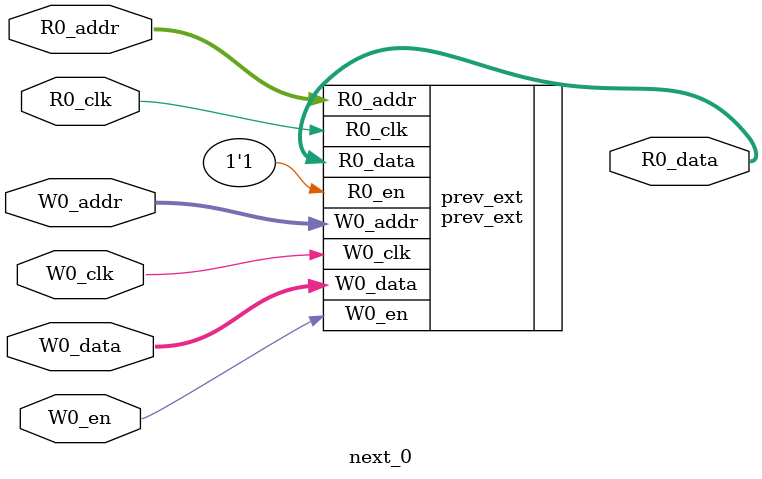
<source format=sv>
`ifndef RANDOMIZE
  `ifdef RANDOMIZE_MEM_INIT
    `define RANDOMIZE
  `endif // RANDOMIZE_MEM_INIT
`endif // not def RANDOMIZE
`ifndef RANDOMIZE
  `ifdef RANDOMIZE_REG_INIT
    `define RANDOMIZE
  `endif // RANDOMIZE_REG_INIT
`endif // not def RANDOMIZE

`ifndef RANDOM
  `define RANDOM $random
`endif // not def RANDOM

// Users can define INIT_RANDOM as general code that gets injected into the
// initializer block for modules with registers.
`ifndef INIT_RANDOM
  `define INIT_RANDOM
`endif // not def INIT_RANDOM

// If using random initialization, you can also define RANDOMIZE_DELAY to
// customize the delay used, otherwise 0.002 is used.
`ifndef RANDOMIZE_DELAY
  `define RANDOMIZE_DELAY 0.002
`endif // not def RANDOMIZE_DELAY

// Define INIT_RANDOM_PROLOG_ for use in our modules below.
`ifndef INIT_RANDOM_PROLOG_
  `ifdef RANDOMIZE
    `ifdef VERILATOR
      `define INIT_RANDOM_PROLOG_ `INIT_RANDOM
    `else  // VERILATOR
      `define INIT_RANDOM_PROLOG_ `INIT_RANDOM #`RANDOMIZE_DELAY begin end
    `endif // VERILATOR
  `else  // RANDOMIZE
    `define INIT_RANDOM_PROLOG_
  `endif // RANDOMIZE
`endif // not def INIT_RANDOM_PROLOG_

// Include register initializers in init blocks unless synthesis is set
`ifndef SYNTHESIS
  `ifndef ENABLE_INITIAL_REG_
    `define ENABLE_INITIAL_REG_
  `endif // not def ENABLE_INITIAL_REG_
`endif // not def SYNTHESIS

// Include rmemory initializers in init blocks unless synthesis is set
`ifndef SYNTHESIS
  `ifndef ENABLE_INITIAL_MEM_
    `define ENABLE_INITIAL_MEM_
  `endif // not def ENABLE_INITIAL_MEM_
`endif // not def SYNTHESIS

// Standard header to adapt well known macros for prints and assertions.

// Users can define 'PRINTF_COND' to add an extra gate to prints.
`ifndef PRINTF_COND_
  `ifdef PRINTF_COND
    `define PRINTF_COND_ (`PRINTF_COND)
  `else  // PRINTF_COND
    `define PRINTF_COND_ 1
  `endif // PRINTF_COND
`endif // not def PRINTF_COND_

// Users can define 'ASSERT_VERBOSE_COND' to add an extra gate to assert error printing.
`ifndef ASSERT_VERBOSE_COND_
  `ifdef ASSERT_VERBOSE_COND
    `define ASSERT_VERBOSE_COND_ (`ASSERT_VERBOSE_COND)
  `else  // ASSERT_VERBOSE_COND
    `define ASSERT_VERBOSE_COND_ 1
  `endif // ASSERT_VERBOSE_COND
`endif // not def ASSERT_VERBOSE_COND_

// Users can define 'STOP_COND' to add an extra gate to stop conditions.
`ifndef STOP_COND_
  `ifdef STOP_COND
    `define STOP_COND_ (`STOP_COND)
  `else  // STOP_COND
    `define STOP_COND_ 1
  `endif // STOP_COND
`endif // not def STOP_COND_

module next_0(	// ventus/src/cta/resource_table.scala:584:25
  input  [2:0] R0_addr,
  input        R0_clk,
  output [2:0] R0_data,
  input  [2:0] W0_addr,
  input        W0_en,
               W0_clk,
  input  [2:0] W0_data
);

  prev_ext prev_ext (	// ventus/src/cta/resource_table.scala:584:25
    .R0_addr (R0_addr),
    .R0_en   (1'h1),	// ventus/src/cta/resource_table.scala:584:25
    .R0_clk  (R0_clk),
    .R0_data (R0_data),
    .W0_addr (W0_addr),
    .W0_en   (W0_en),
    .W0_clk  (W0_clk),
    .W0_data (W0_data)
  );
endmodule


</source>
